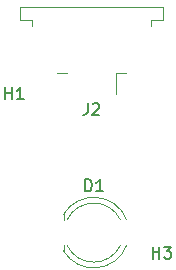
<source format=gbr>
%TF.GenerationSoftware,KiCad,Pcbnew,8.0.6*%
%TF.CreationDate,2025-02-12T13:55:56-05:00*%
%TF.ProjectId,module led,6d6f6475-6c65-4206-9c65-642e6b696361,rev?*%
%TF.SameCoordinates,Original*%
%TF.FileFunction,Legend,Top*%
%TF.FilePolarity,Positive*%
%FSLAX46Y46*%
G04 Gerber Fmt 4.6, Leading zero omitted, Abs format (unit mm)*
G04 Created by KiCad (PCBNEW 8.0.6) date 2025-02-12 13:55:56*
%MOMM*%
%LPD*%
G01*
G04 APERTURE LIST*
%ADD10C,0.150000*%
%ADD11C,0.120000*%
G04 APERTURE END LIST*
D10*
X99505456Y-96449767D02*
X99505456Y-95449767D01*
X99505456Y-95449767D02*
X99743551Y-95449767D01*
X99743551Y-95449767D02*
X99886408Y-95497386D01*
X99886408Y-95497386D02*
X99981646Y-95592624D01*
X99981646Y-95592624D02*
X100029265Y-95687862D01*
X100029265Y-95687862D02*
X100076884Y-95878338D01*
X100076884Y-95878338D02*
X100076884Y-96021195D01*
X100076884Y-96021195D02*
X100029265Y-96211671D01*
X100029265Y-96211671D02*
X99981646Y-96306909D01*
X99981646Y-96306909D02*
X99886408Y-96402148D01*
X99886408Y-96402148D02*
X99743551Y-96449767D01*
X99743551Y-96449767D02*
X99505456Y-96449767D01*
X101029265Y-96449767D02*
X100457837Y-96449767D01*
X100743551Y-96449767D02*
X100743551Y-95449767D01*
X100743551Y-95449767D02*
X100648313Y-95592624D01*
X100648313Y-95592624D02*
X100553075Y-95687862D01*
X100553075Y-95687862D02*
X100457837Y-95735481D01*
X99716666Y-88994819D02*
X99716666Y-89709104D01*
X99716666Y-89709104D02*
X99669047Y-89851961D01*
X99669047Y-89851961D02*
X99573809Y-89947200D01*
X99573809Y-89947200D02*
X99430952Y-89994819D01*
X99430952Y-89994819D02*
X99335714Y-89994819D01*
X100145238Y-89090057D02*
X100192857Y-89042438D01*
X100192857Y-89042438D02*
X100288095Y-88994819D01*
X100288095Y-88994819D02*
X100526190Y-88994819D01*
X100526190Y-88994819D02*
X100621428Y-89042438D01*
X100621428Y-89042438D02*
X100669047Y-89090057D01*
X100669047Y-89090057D02*
X100716666Y-89185295D01*
X100716666Y-89185295D02*
X100716666Y-89280533D01*
X100716666Y-89280533D02*
X100669047Y-89423390D01*
X100669047Y-89423390D02*
X100097619Y-89994819D01*
X100097619Y-89994819D02*
X100716666Y-89994819D01*
X92738095Y-88654819D02*
X92738095Y-87654819D01*
X92738095Y-88131009D02*
X93309523Y-88131009D01*
X93309523Y-88654819D02*
X93309523Y-87654819D01*
X94309523Y-88654819D02*
X93738095Y-88654819D01*
X94023809Y-88654819D02*
X94023809Y-87654819D01*
X94023809Y-87654819D02*
X93928571Y-87797676D01*
X93928571Y-87797676D02*
X93833333Y-87892914D01*
X93833333Y-87892914D02*
X93738095Y-87940533D01*
X105238095Y-102154819D02*
X105238095Y-101154819D01*
X105238095Y-101631009D02*
X105809523Y-101631009D01*
X105809523Y-102154819D02*
X105809523Y-101154819D01*
X106190476Y-101154819D02*
X106809523Y-101154819D01*
X106809523Y-101154819D02*
X106476190Y-101535771D01*
X106476190Y-101535771D02*
X106619047Y-101535771D01*
X106619047Y-101535771D02*
X106714285Y-101583390D01*
X106714285Y-101583390D02*
X106761904Y-101631009D01*
X106761904Y-101631009D02*
X106809523Y-101726247D01*
X106809523Y-101726247D02*
X106809523Y-101964342D01*
X106809523Y-101964342D02*
X106761904Y-102059580D01*
X106761904Y-102059580D02*
X106714285Y-102107200D01*
X106714285Y-102107200D02*
X106619047Y-102154819D01*
X106619047Y-102154819D02*
X106333333Y-102154819D01*
X106333333Y-102154819D02*
X106238095Y-102107200D01*
X106238095Y-102107200D02*
X106190476Y-102059580D01*
D11*
%TO.C,D1*%
X97683551Y-98409948D02*
X97683551Y-98874948D01*
X97683551Y-101034948D02*
X97683551Y-101499948D01*
X97683551Y-98410118D02*
G75*
G02*
X103031366Y-98874121I2560000J-1544830D01*
G01*
X97988867Y-98874948D02*
G75*
G02*
X102498030Y-98874519I2254684J-1080000D01*
G01*
X102498030Y-101035377D02*
G75*
G02*
X97988867Y-101034948I-2254479J1080429D01*
G01*
X103031366Y-101035775D02*
G75*
G02*
X97683551Y-101499778I-2787815J1080827D01*
G01*
%TO.C,J2*%
X93980000Y-80830000D02*
X106120000Y-80830000D01*
X93980000Y-81940000D02*
X93980000Y-80830000D01*
X95005000Y-81940000D02*
X93980000Y-81940000D01*
X95005000Y-82480000D02*
X95005000Y-81940000D01*
X97985000Y-86450000D02*
X97160000Y-86450000D01*
X102115000Y-86450000D02*
X102115000Y-88250000D01*
X102940000Y-86450000D02*
X102115000Y-86450000D01*
X105095000Y-81940000D02*
X105095000Y-82480000D01*
X106120000Y-80830000D02*
X106120000Y-81940000D01*
X106120000Y-81940000D02*
X105095000Y-81940000D01*
%TD*%
M02*

</source>
